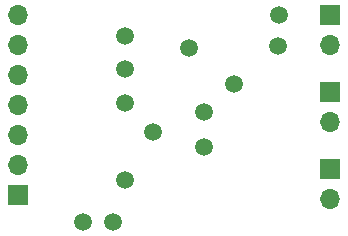
<source format=gbr>
%TF.GenerationSoftware,KiCad,Pcbnew,(6.0.7)*%
%TF.CreationDate,2023-01-30T20:46:25-05:00*%
%TF.ProjectId,SPItoCAN,53504974-6f43-4414-9e2e-6b696361645f,rev?*%
%TF.SameCoordinates,Original*%
%TF.FileFunction,Soldermask,Bot*%
%TF.FilePolarity,Negative*%
%FSLAX46Y46*%
G04 Gerber Fmt 4.6, Leading zero omitted, Abs format (unit mm)*
G04 Created by KiCad (PCBNEW (6.0.7)) date 2023-01-30 20:46:25*
%MOMM*%
%LPD*%
G01*
G04 APERTURE LIST*
%ADD10R,1.700000X1.700000*%
%ADD11O,1.700000X1.700000*%
%ADD12C,1.500000*%
G04 APERTURE END LIST*
D10*
%TO.C,J1*%
X41404000Y-28039400D03*
D11*
X41404000Y-30579400D03*
%TD*%
D10*
%TO.C,J4*%
X15004000Y-30279400D03*
D11*
X15004000Y-27739400D03*
X15004000Y-25199400D03*
X15004000Y-22659400D03*
X15004000Y-20119400D03*
X15004000Y-17579400D03*
X15004000Y-15039400D03*
%TD*%
%TO.C,J2*%
X41404000Y-17579400D03*
D10*
X41404000Y-15039400D03*
%TD*%
%TO.C,J3*%
X41404000Y-21539400D03*
D11*
X41404000Y-24079400D03*
%TD*%
D12*
%TO.C,CANL*%
X37000000Y-17600000D03*
%TD*%
%TO.C,SCK*%
X24000000Y-19558000D03*
%TD*%
%TO.C,TXCAN*%
X30734000Y-26162000D03*
%TD*%
%TO.C,VCC*%
X23000000Y-32500000D03*
%TD*%
%TO.C,OSC+*%
X29464000Y-17780000D03*
%TD*%
%TO.C,CS*%
X24000000Y-28956000D03*
%TD*%
%TO.C,SO*%
X26416000Y-24892000D03*
%TD*%
%TO.C,SI*%
X24000000Y-22500000D03*
%TD*%
%TO.C,OSC-*%
X33274000Y-20828000D03*
%TD*%
%TO.C,CANH*%
X37100000Y-15000000D03*
%TD*%
%TO.C,RXCAN*%
X30759400Y-23215600D03*
%TD*%
%TO.C,INT*%
X24000000Y-16764000D03*
%TD*%
%TO.C,GND*%
X20500000Y-32500000D03*
%TD*%
M02*

</source>
